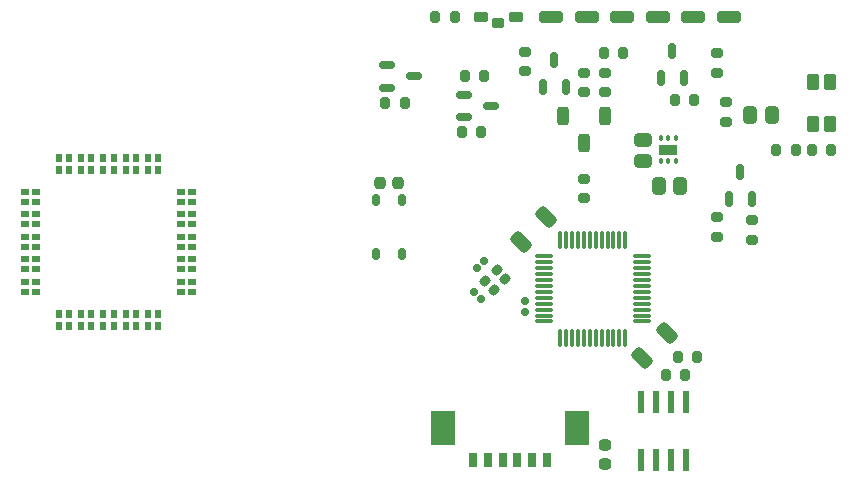
<source format=gbr>
%TF.GenerationSoftware,KiCad,Pcbnew,8.0.8*%
%TF.CreationDate,2025-02-13T14:20:33-05:00*%
%TF.ProjectId,GF24,47463234-2e6b-4696-9361-645f70636258,rev?*%
%TF.SameCoordinates,Original*%
%TF.FileFunction,Paste,Top*%
%TF.FilePolarity,Positive*%
%FSLAX46Y46*%
G04 Gerber Fmt 4.6, Leading zero omitted, Abs format (unit mm)*
G04 Created by KiCad (PCBNEW 8.0.8) date 2025-02-13 14:20:33*
%MOMM*%
%LPD*%
G01*
G04 APERTURE LIST*
G04 Aperture macros list*
%AMRoundRect*
0 Rectangle with rounded corners*
0 $1 Rounding radius*
0 $2 $3 $4 $5 $6 $7 $8 $9 X,Y pos of 4 corners*
0 Add a 4 corners polygon primitive as box body*
4,1,4,$2,$3,$4,$5,$6,$7,$8,$9,$2,$3,0*
0 Add four circle primitives for the rounded corners*
1,1,$1+$1,$2,$3*
1,1,$1+$1,$4,$5*
1,1,$1+$1,$6,$7*
1,1,$1+$1,$8,$9*
0 Add four rect primitives between the rounded corners*
20,1,$1+$1,$2,$3,$4,$5,0*
20,1,$1+$1,$4,$5,$6,$7,0*
20,1,$1+$1,$6,$7,$8,$9,0*
20,1,$1+$1,$8,$9,$2,$3,0*%
G04 Aperture macros list end*
%ADD10RoundRect,0.187500X0.035355X0.300520X-0.300520X-0.035355X-0.035355X-0.300520X0.300520X0.035355X0*%
%ADD11RoundRect,0.150000X0.150000X-0.512500X0.150000X0.512500X-0.150000X0.512500X-0.150000X-0.512500X0*%
%ADD12RoundRect,0.150000X-0.512500X-0.150000X0.512500X-0.150000X0.512500X0.150000X-0.512500X0.150000X0*%
%ADD13RoundRect,0.200000X-0.200000X-0.275000X0.200000X-0.275000X0.200000X0.275000X-0.200000X0.275000X0*%
%ADD14RoundRect,0.200000X0.275000X-0.200000X0.275000X0.200000X-0.275000X0.200000X-0.275000X-0.200000X0*%
%ADD15RoundRect,0.250000X-0.750000X-0.250000X0.750000X-0.250000X0.750000X0.250000X-0.750000X0.250000X0*%
%ADD16RoundRect,0.287500X-0.437500X0.287500X-0.437500X-0.287500X0.437500X-0.287500X0.437500X0.287500X0*%
%ADD17RoundRect,0.237500X0.237500X0.262500X-0.237500X0.262500X-0.237500X-0.262500X0.237500X-0.262500X0*%
%ADD18RoundRect,0.200000X0.200000X0.275000X-0.200000X0.275000X-0.200000X-0.275000X0.200000X-0.275000X0*%
%ADD19RoundRect,0.155000X0.155000X-0.155000X0.155000X0.155000X-0.155000X0.155000X-0.155000X-0.155000X0*%
%ADD20R,0.800000X1.300000*%
%ADD21R,2.100000X3.000000*%
%ADD22RoundRect,0.287500X-0.287500X-0.437500X0.287500X-0.437500X0.287500X0.437500X-0.287500X0.437500X0*%
%ADD23RoundRect,0.237500X-0.262500X0.237500X-0.262500X-0.237500X0.262500X-0.237500X0.262500X0.237500X0*%
%ADD24RoundRect,0.200000X-0.275000X0.200000X-0.275000X-0.200000X0.275000X-0.200000X0.275000X0.200000X0*%
%ADD25RoundRect,0.262500X0.262500X-0.437500X0.262500X0.437500X-0.262500X0.437500X-0.262500X-0.437500X0*%
%ADD26RoundRect,0.175000X0.175000X-0.325000X0.175000X0.325000X-0.175000X0.325000X-0.175000X-0.325000X0*%
%ADD27RoundRect,0.075000X0.075000X-0.175000X0.075000X0.175000X-0.075000X0.175000X-0.075000X-0.175000X0*%
%ADD28RoundRect,0.225000X0.575000X-0.225000X0.575000X0.225000X-0.575000X0.225000X-0.575000X-0.225000X0*%
%ADD29RoundRect,0.287500X0.229810X-0.636396X0.636396X-0.229810X-0.229810X0.636396X-0.636396X0.229810X0*%
%ADD30RoundRect,0.155000X0.219203X0.000000X0.000000X0.219203X-0.219203X0.000000X0.000000X-0.219203X0*%
%ADD31RoundRect,0.287500X-0.229810X0.636396X-0.636396X0.229810X0.229810X-0.636396X0.636396X-0.229810X0*%
%ADD32RoundRect,0.155000X0.000000X0.219203X-0.219203X0.000000X0.000000X-0.219203X0.219203X0.000000X0*%
%ADD33R,0.533400X1.981200*%
%ADD34RoundRect,0.250000X0.250000X0.550000X-0.250000X0.550000X-0.250000X-0.550000X0.250000X-0.550000X0*%
%ADD35RoundRect,0.075000X-0.662500X-0.075000X0.662500X-0.075000X0.662500X0.075000X-0.662500X0.075000X0*%
%ADD36RoundRect,0.075000X-0.075000X-0.662500X0.075000X-0.662500X0.075000X0.662500X-0.075000X0.662500X0*%
%ADD37R,0.720000X0.580000*%
%ADD38R,0.580000X0.720000*%
%ADD39RoundRect,0.225000X-0.375000X-0.225000X0.375000X-0.225000X0.375000X0.225000X-0.375000X0.225000X0*%
%ADD40RoundRect,0.225000X-0.275000X-0.225000X0.275000X-0.225000X0.275000X0.225000X-0.275000X0.225000X0*%
G04 APERTURE END LIST*
D10*
%TO.C,Y1*%
X122856066Y-112401472D03*
X121901472Y-113356066D03*
X122643934Y-114098528D03*
X123598528Y-113143934D03*
%TD*%
D11*
%TO.C,Q4*%
X126800001Y-96887500D03*
X128699999Y-96887500D03*
X127750000Y-94612500D03*
%TD*%
D12*
%TO.C,Q3*%
X113612500Y-95050000D03*
X113612500Y-96950000D03*
X115887500Y-96000000D03*
%TD*%
D13*
%TO.C,R11*%
X137175000Y-121250000D03*
X138825000Y-121250000D03*
%TD*%
D14*
%TO.C,R23*%
X144500000Y-109825000D03*
X144500000Y-108175000D03*
%TD*%
D15*
%TO.C,D4*%
X127500000Y-91000000D03*
X130500000Y-91000000D03*
%TD*%
D14*
%TO.C,R10*%
X130250000Y-97325000D03*
X130250000Y-95675000D03*
%TD*%
D16*
%TO.C,C8*%
X135250000Y-101350000D03*
X135250000Y-103150000D03*
%TD*%
D17*
%TO.C,C4*%
X114549999Y-105000000D03*
X112950001Y-105000000D03*
%TD*%
D13*
%TO.C,R12*%
X138175000Y-119750000D03*
X139825000Y-119750000D03*
%TD*%
D12*
%TO.C,Q2*%
X120112500Y-97550000D03*
X120112500Y-99450000D03*
X122387500Y-98500000D03*
%TD*%
D18*
%TO.C,R18*%
X115075000Y-98250000D03*
X113425000Y-98250000D03*
%TD*%
D19*
%TO.C,C3*%
X125250000Y-115950000D03*
X125250000Y-115050000D03*
%TD*%
D20*
%TO.C,J4*%
X127125000Y-128500000D03*
X125875000Y-128500000D03*
X124625000Y-128500000D03*
X123375000Y-128500000D03*
X122125000Y-128500000D03*
X120875000Y-128500000D03*
D21*
X129675000Y-125750000D03*
X118325000Y-125750000D03*
%TD*%
D13*
%TO.C,R16*%
X120175000Y-96000000D03*
X121825000Y-96000000D03*
%TD*%
D22*
%TO.C,C9*%
X136600000Y-105250000D03*
X138400000Y-105250000D03*
%TD*%
D15*
%TO.C,D3*%
X133500000Y-91000000D03*
X136500000Y-91000000D03*
%TD*%
D23*
%TO.C,C14*%
X132000000Y-127200001D03*
X132000000Y-128799999D03*
%TD*%
D24*
%TO.C,R1*%
X130250000Y-104675000D03*
X130250000Y-106325000D03*
%TD*%
D18*
%TO.C,R15*%
X119325000Y-91000000D03*
X117675000Y-91000000D03*
%TD*%
D14*
%TO.C,R7*%
X141512501Y-95675000D03*
X141512501Y-94025000D03*
%TD*%
D25*
%TO.C,SW3*%
X149625000Y-100050000D03*
X149625000Y-96450000D03*
X151075000Y-100050000D03*
X151075000Y-96450000D03*
%TD*%
D26*
%TO.C,SW1*%
X112675000Y-111000000D03*
X112675000Y-106500000D03*
X114825000Y-111000000D03*
X114825000Y-106500000D03*
%TD*%
D27*
%TO.C,U3*%
X136750000Y-103150000D03*
X137400000Y-103149999D03*
X138050000Y-103150000D03*
X138050000Y-101250000D03*
X137400000Y-101250001D03*
X136750000Y-101250000D03*
D28*
X137400000Y-102200000D03*
%TD*%
D14*
%TO.C,R21*%
X141500000Y-109575000D03*
X141500000Y-107925000D03*
%TD*%
D29*
%TO.C,C1*%
X124939340Y-110060660D03*
X127060660Y-107939340D03*
%TD*%
D30*
%TO.C,C6*%
X121568198Y-114886396D03*
X120931802Y-114250000D03*
%TD*%
D31*
%TO.C,C2*%
X137260660Y-117689340D03*
X135139340Y-119810660D03*
%TD*%
D13*
%TO.C,R3*%
X149525000Y-102250000D03*
X151175000Y-102250000D03*
%TD*%
D32*
%TO.C,C5*%
X121818198Y-111613604D03*
X121181802Y-112250000D03*
%TD*%
D11*
%TO.C,Q6*%
X142550001Y-106387500D03*
X144449999Y-106387500D03*
X143500000Y-104112500D03*
%TD*%
%TO.C,Q5*%
X136800001Y-96137500D03*
X138699999Y-96137500D03*
X137750000Y-93862500D03*
%TD*%
D33*
%TO.C,U6*%
X135095000Y-128463800D03*
X136365000Y-128463800D03*
X137635000Y-128463800D03*
X138905000Y-128463800D03*
X138905000Y-123536200D03*
X137635000Y-123536200D03*
X136365000Y-123536200D03*
X135095000Y-123536200D03*
%TD*%
D14*
%TO.C,R9*%
X125250000Y-95575000D03*
X125250000Y-93925000D03*
%TD*%
D13*
%TO.C,R17*%
X119925000Y-100750000D03*
X121575000Y-100750000D03*
%TD*%
D34*
%TO.C,SW2*%
X132000000Y-99350000D03*
X130250000Y-101650000D03*
X128500000Y-99350000D03*
%TD*%
D35*
%TO.C,U1*%
X126837500Y-111250000D03*
X126837500Y-111750000D03*
X126837500Y-112250000D03*
X126837500Y-112750000D03*
X126837500Y-113250000D03*
X126837500Y-113750000D03*
X126837500Y-114250000D03*
X126837500Y-114750000D03*
X126837500Y-115250000D03*
X126837500Y-115750000D03*
X126837500Y-116250000D03*
X126837500Y-116750000D03*
D36*
X128250000Y-118162500D03*
X128750000Y-118162500D03*
X129250000Y-118162500D03*
X129750000Y-118162500D03*
X130250000Y-118162500D03*
X130750000Y-118162500D03*
X131250000Y-118162500D03*
X131750000Y-118162500D03*
X132250000Y-118162500D03*
X132750000Y-118162500D03*
X133250000Y-118162500D03*
X133750000Y-118162500D03*
D35*
X135162500Y-116750000D03*
X135162500Y-116250000D03*
X135162500Y-115750000D03*
X135162500Y-115250000D03*
X135162500Y-114750000D03*
X135162500Y-114250000D03*
X135162500Y-113750000D03*
X135162500Y-113250000D03*
X135162500Y-112750000D03*
X135162500Y-112250000D03*
X135162500Y-111750000D03*
X135162500Y-111250000D03*
D36*
X133750000Y-109837500D03*
X133250000Y-109837500D03*
X132750000Y-109837500D03*
X132250000Y-109837500D03*
X131750000Y-109837500D03*
X131250000Y-109837500D03*
X130750000Y-109837500D03*
X130250000Y-109837500D03*
X129750000Y-109837500D03*
X129250000Y-109837500D03*
X128750000Y-109837500D03*
X128250000Y-109837500D03*
%TD*%
D18*
%TO.C,R4*%
X148175000Y-102250000D03*
X146525000Y-102250000D03*
%TD*%
%TO.C,R19*%
X139575000Y-98000000D03*
X137925000Y-98000000D03*
%TD*%
D37*
%TO.C,U2*%
X82900000Y-105775000D03*
X82900000Y-106625000D03*
X82900000Y-107675000D03*
X82900000Y-108525000D03*
X82900000Y-109575000D03*
X82900000Y-110425000D03*
X82900000Y-111475000D03*
X82900000Y-112325000D03*
X82900000Y-113375000D03*
X82900000Y-114225000D03*
X83900000Y-105775000D03*
X83900000Y-106625000D03*
X83900000Y-107675000D03*
X83900000Y-108525000D03*
X83900000Y-109575000D03*
X83900000Y-110425000D03*
X83900000Y-111475000D03*
X83900000Y-112325000D03*
X83900000Y-113375000D03*
X83900000Y-114225000D03*
D38*
X85775000Y-102900000D03*
X85775000Y-103900000D03*
X85775000Y-116100000D03*
X85775000Y-117100000D03*
X86625000Y-102900000D03*
X86625000Y-103900000D03*
X86625000Y-116100000D03*
X86625000Y-117100000D03*
X87675000Y-102900000D03*
X87675000Y-103900000D03*
X87675000Y-116100000D03*
X87675000Y-117100000D03*
X88525000Y-102900000D03*
X88525000Y-103900000D03*
X88525000Y-116100000D03*
X88525000Y-117100000D03*
X89575000Y-102900000D03*
X89575000Y-103900000D03*
X89575000Y-116100000D03*
X89575000Y-117100000D03*
X90425000Y-102900000D03*
X90425000Y-103900000D03*
X90425000Y-116100000D03*
X90425000Y-117100000D03*
X91475000Y-102900000D03*
X91475000Y-103900000D03*
X91475000Y-116100000D03*
X91475000Y-117100000D03*
X92325000Y-102900000D03*
X92325000Y-103900000D03*
X92325000Y-116100000D03*
X92325000Y-117100000D03*
X93375000Y-102900000D03*
X93375000Y-103900000D03*
X93375000Y-116100000D03*
X93375000Y-117100000D03*
X94225000Y-102900000D03*
X94225000Y-103900000D03*
X94225000Y-116100000D03*
X94225000Y-117100000D03*
D37*
X96100000Y-105775000D03*
X96100000Y-106625000D03*
X96100000Y-107675000D03*
X96100000Y-108525000D03*
X96100000Y-109575000D03*
X96100000Y-110425000D03*
X96100000Y-111475000D03*
X96100000Y-112325000D03*
X96100000Y-113375000D03*
X96100000Y-114225000D03*
X97100000Y-105775000D03*
X97100000Y-106625000D03*
X97100000Y-107675000D03*
X97100000Y-108525000D03*
X97100000Y-109575000D03*
X97100000Y-110425000D03*
X97100000Y-111475000D03*
X97100000Y-112325000D03*
X97100000Y-113375000D03*
X97100000Y-114225000D03*
%TD*%
D13*
%TO.C,R8*%
X131925000Y-94000000D03*
X133575000Y-94000000D03*
%TD*%
D14*
%TO.C,R22*%
X142250000Y-99825000D03*
X142250000Y-98175000D03*
%TD*%
D24*
%TO.C,R20*%
X132000000Y-95675000D03*
X132000000Y-97325000D03*
%TD*%
D22*
%TO.C,C10*%
X144350000Y-99250000D03*
X146150000Y-99250000D03*
%TD*%
D15*
%TO.C,D2*%
X139500000Y-91000000D03*
X142500000Y-91000000D03*
%TD*%
D39*
%TO.C,D5*%
X121500000Y-91000000D03*
D40*
X123000000Y-91450000D03*
D39*
X124500000Y-91000000D03*
%TD*%
M02*

</source>
